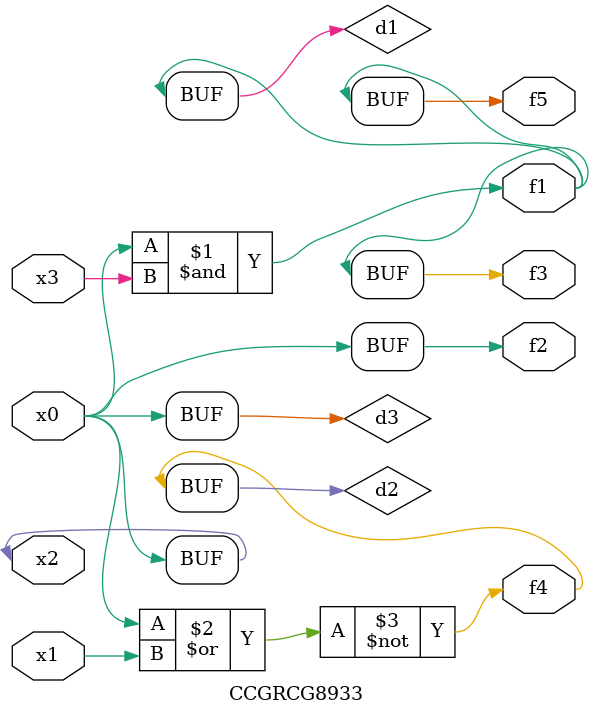
<source format=v>
module CCGRCG8933(
	input x0, x1, x2, x3,
	output f1, f2, f3, f4, f5
);

	wire d1, d2, d3;

	and (d1, x2, x3);
	nor (d2, x0, x1);
	buf (d3, x0, x2);
	assign f1 = d1;
	assign f2 = d3;
	assign f3 = d1;
	assign f4 = d2;
	assign f5 = d1;
endmodule

</source>
